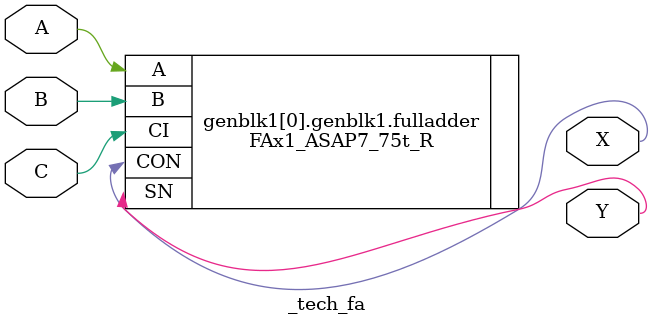
<source format=v>
(* techmap_celltype = "$fa" *)
module _tech_fa (A, B, C, X, Y);
  parameter WIDTH = 1;
  (* force_downto *)
    input [WIDTH-1 : 0] A, B, C;
  (* force_downto *)
    output [WIDTH-1 : 0] X, Y;

  /*wire [WIDTH-1 : 0] NX, NY;*/
    
  parameter _TECHMAP_CONSTVAL_A_ = WIDTH'bx;
  parameter _TECHMAP_CONSTVAL_B_ = WIDTH'bx;
  parameter _TECHMAP_CONSTVAL_C_ = WIDTH'bx;
  
  genvar i;
  generate for (i = 0; i < WIDTH; i = i + 1) begin
      if (_TECHMAP_CONSTVAL_A_[i] === 1'b0 || _TECHMAP_CONSTVAL_B_[i] === 1'b0 || _TECHMAP_CONSTVAL_C_[i] === 1'b0) begin
        if (_TECHMAP_CONSTVAL_C_[i] === 1'b0) begin
          HAxp5_ASAP7_75t_R halfadder_Cconst (
              .A(A[i]),
              .B(B[i]),
              .CON(X[i]), .SN(Y[i])
            );
            /*INVx1_ASAP7_75t_R inv_X (.A(NX[i]), .Y(X[i]));
          INVx1_ASAP7_75t_R inv_Y (.A(NY[i]), .Y(Y[i]));*/
        end 
        else begin
          if (_TECHMAP_CONSTVAL_B_[i] === 1'b0) begin
            HAxp5_ASAP7_75t_R halfadder_Bconst (
                .A(A[i]),
                .B(C[i]),
                .CON(X[i]), .SN(Y[i])
              );
              /*INVx1_ASAP7_75t_R inv_X (.A(NX[i]), .Y(X[i]));
          INVx1_ASAP7_75t_R inv_Y (.A(NY[i]), .Y(Y[i]));*/
          end
          else begin
            HAxp5_ASAP7_75t_R halfadder_Aconst (
                .A(B[i]),
                .B(C[i]),
                .CON(X[i]), .SN(Y[i])
              );
             /*INVx1_ASAP7_75t_R inv_X (.A(NX[i]), .Y(X[i]));
          INVx1_ASAP7_75t_R inv_Y (.A(NY[i]), .Y(Y[i]));*/
          end
        end
      end
      else begin
        FAx1_ASAP7_75t_R fulladder (
            .A(A[i]), .B(B[i]), .CI(C[i]), .CON(X[i]), .SN(Y[i])
          );
          /*INVx1_ASAP7_75t_R inv_X (.A(NX[i]), .Y(X[i]));
          INVx1_ASAP7_75t_R inv_Y (.A(NY[i]), .Y(Y[i]));*/
      end

      
    
    end endgenerate

endmodule
</source>
